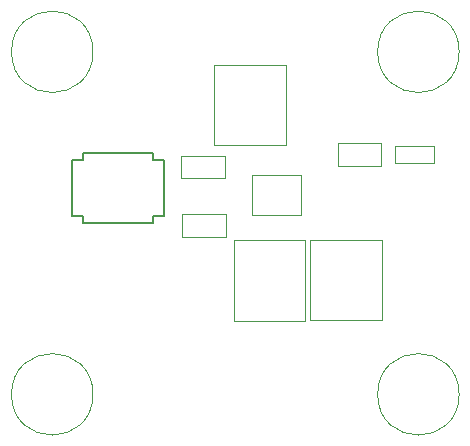
<source format=gbr>
%TF.GenerationSoftware,KiCad,Pcbnew,8.0.0*%
%TF.CreationDate,2024-03-04T01:03:27-06:00*%
%TF.ProjectId,Haptic Feeback board,48617074-6963-4204-9665-656261636b20,rev?*%
%TF.SameCoordinates,Original*%
%TF.FileFunction,Other,User*%
%FSLAX46Y46*%
G04 Gerber Fmt 4.6, Leading zero omitted, Abs format (unit mm)*
G04 Created by KiCad (PCBNEW 8.0.0) date 2024-03-04 01:03:27*
%MOMM*%
%LPD*%
G01*
G04 APERTURE LIST*
%ADD10C,0.050000*%
%ADD11C,0.152400*%
G04 APERTURE END LIST*
D10*
%TO.C,H3*%
X128950000Y-112000000D02*
G75*
G02*
X122050000Y-112000000I-3450000J0D01*
G01*
X122050000Y-112000000D02*
G75*
G02*
X128950000Y-112000000I3450000J0D01*
G01*
%TO.C,H2*%
X128950000Y-83000000D02*
G75*
G02*
X122050000Y-83000000I-3450000J0D01*
G01*
X122050000Y-83000000D02*
G75*
G02*
X128950000Y-83000000I3450000J0D01*
G01*
D11*
%TO.C,SW1*%
X127149052Y-92134201D02*
X128099551Y-92134201D01*
X127149052Y-96901001D02*
X127149052Y-92134201D01*
X127149052Y-96901001D02*
X128099551Y-96901001D01*
X128099551Y-91558501D02*
X134017751Y-91558501D01*
X128099551Y-92134201D02*
X128099551Y-91558501D01*
X128099551Y-97476701D02*
X128099551Y-96901001D01*
X134017751Y-91558501D02*
X134017751Y-92134201D01*
X134017751Y-96901001D02*
X134017751Y-97476701D01*
X134017751Y-97476701D02*
X128099551Y-97476701D01*
X134968250Y-92134201D02*
X134017751Y-92134201D01*
X134968250Y-92134201D02*
X134968250Y-96901001D01*
X134968250Y-96901001D02*
X134017751Y-96901001D01*
D10*
%TO.C,J3*%
X140851000Y-98967400D02*
X140851000Y-105767400D01*
X140851000Y-105767400D02*
X146931000Y-105767400D01*
X146931000Y-98967400D02*
X140851000Y-98967400D01*
X146931000Y-105767400D02*
X146931000Y-98967400D01*
%TO.C,C1*%
X136448400Y-96733800D02*
X140208400Y-96733800D01*
X136448400Y-98693800D02*
X136448400Y-96733800D01*
X140208400Y-96733800D02*
X140208400Y-98693800D01*
X140208400Y-98693800D02*
X136448400Y-98693800D01*
%TO.C,D1*%
X154515000Y-90964000D02*
X157815000Y-90964000D01*
X154515000Y-92424000D02*
X154515000Y-90964000D01*
X157815000Y-90964000D02*
X157815000Y-92424000D01*
X157815000Y-92424000D02*
X154515000Y-92424000D01*
%TO.C,H4*%
X159950000Y-112000000D02*
G75*
G02*
X153050000Y-112000000I-3450000J0D01*
G01*
X153050000Y-112000000D02*
G75*
G02*
X159950000Y-112000000I3450000J0D01*
G01*
%TO.C,J4*%
X147328000Y-98942000D02*
X147328000Y-105742000D01*
X147328000Y-105742000D02*
X153408000Y-105742000D01*
X153408000Y-98942000D02*
X147328000Y-98942000D01*
X153408000Y-105742000D02*
X153408000Y-98942000D01*
%TO.C,J2*%
X139225400Y-84077600D02*
X139225400Y-90877600D01*
X139225400Y-90877600D02*
X145305400Y-90877600D01*
X145305400Y-84077600D02*
X139225400Y-84077600D01*
X145305400Y-90877600D02*
X145305400Y-84077600D01*
%TO.C,R2*%
X149661000Y-90744000D02*
X153361000Y-90744000D01*
X149661000Y-92644000D02*
X149661000Y-90744000D01*
X153361000Y-90744000D02*
X153361000Y-92644000D01*
X153361000Y-92644000D02*
X149661000Y-92644000D01*
%TO.C,H1*%
X159950000Y-83000000D02*
G75*
G02*
X153050000Y-83000000I-3450000J0D01*
G01*
X153050000Y-83000000D02*
G75*
G02*
X159950000Y-83000000I3450000J0D01*
G01*
%TO.C,Q1*%
X142452900Y-93397600D02*
X142452900Y-96797600D01*
X142452900Y-96797600D02*
X146552900Y-96797600D01*
X146552900Y-93397600D02*
X142452900Y-93397600D01*
X146552900Y-96797600D02*
X146552900Y-93397600D01*
%TO.C,R1*%
X136392800Y-91785400D02*
X140092800Y-91785400D01*
X136392800Y-93685400D02*
X136392800Y-91785400D01*
X140092800Y-91785400D02*
X140092800Y-93685400D01*
X140092800Y-93685400D02*
X136392800Y-93685400D01*
%TD*%
M02*

</source>
